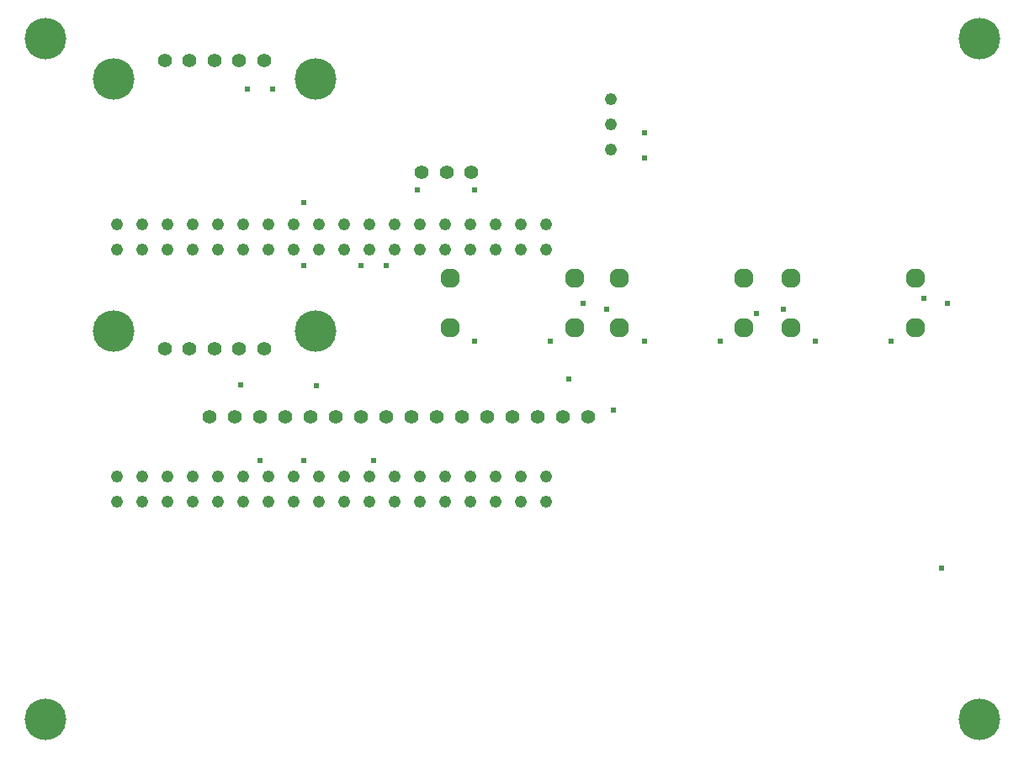
<source format=gbr>
G04 EAGLE Gerber RS-274X export*
G75*
%MOMM*%
%FSLAX34Y34*%
%LPD*%
%INCopper Layer 15*%
%IPPOS*%
%AMOC8*
5,1,8,0,0,1.08239X$1,22.5*%
G01*
%ADD10C,1.244600*%
%ADD11C,4.191000*%
%ADD12C,1.400000*%
%ADD13C,1.960000*%
%ADD14C,0.609600*%


D10*
X109900Y536200D03*
X109900Y510800D03*
X135300Y536200D03*
X135300Y510800D03*
X160700Y536200D03*
X160700Y510800D03*
X186100Y536200D03*
X186100Y510800D03*
X211500Y536200D03*
X211500Y510800D03*
X236900Y536200D03*
X236900Y510800D03*
X262300Y536200D03*
X262300Y510800D03*
X287700Y536200D03*
X287700Y510800D03*
X313100Y536200D03*
X313100Y510800D03*
X338500Y536200D03*
X338500Y510800D03*
X363900Y536200D03*
X363900Y510800D03*
X389300Y536200D03*
X389300Y510800D03*
X414700Y536200D03*
X414700Y510800D03*
X440100Y536200D03*
X440100Y510800D03*
X465500Y536200D03*
X465500Y510800D03*
X490900Y536200D03*
X490900Y510800D03*
X516300Y536200D03*
X516300Y510800D03*
X541700Y536200D03*
X541700Y510800D03*
X109900Y282200D03*
X109900Y256800D03*
X135300Y282200D03*
X135300Y256800D03*
X160700Y282200D03*
X160700Y256800D03*
X186100Y282200D03*
X186100Y256800D03*
X211500Y282200D03*
X211500Y256800D03*
X236900Y282200D03*
X236900Y256800D03*
X262300Y282200D03*
X262300Y256800D03*
X287700Y282200D03*
X287700Y256800D03*
X313100Y282200D03*
X313100Y256800D03*
X338500Y282200D03*
X338500Y256800D03*
X363900Y282200D03*
X363900Y256800D03*
X389300Y282200D03*
X389300Y256800D03*
X414700Y282200D03*
X414700Y256800D03*
X440100Y282200D03*
X440100Y256800D03*
X465500Y282200D03*
X465500Y256800D03*
X490900Y282200D03*
X490900Y256800D03*
X516300Y282200D03*
X516300Y256800D03*
X541700Y282200D03*
X541700Y256800D03*
D11*
X38100Y723900D03*
X977900Y723900D03*
X38100Y38100D03*
X977900Y38100D03*
D12*
X258280Y701260D03*
X233280Y701260D03*
X208280Y701260D03*
X183280Y701260D03*
X158280Y701260D03*
X258280Y411260D03*
X233280Y411260D03*
X208280Y411260D03*
X183280Y411260D03*
X158280Y411260D03*
D11*
X309880Y683260D03*
X309880Y429260D03*
X106680Y683260D03*
X106680Y429260D03*
D12*
X203200Y342900D03*
X228600Y342900D03*
X254000Y342900D03*
X279400Y342900D03*
X304800Y342900D03*
X330200Y342900D03*
X355600Y342900D03*
X381000Y342900D03*
X406400Y342900D03*
X431800Y342900D03*
X457200Y342900D03*
X482600Y342900D03*
X508000Y342900D03*
X533400Y342900D03*
X558800Y342900D03*
X584200Y342900D03*
X416960Y589280D03*
X441960Y589280D03*
X466960Y589280D03*
D10*
X607060Y662940D03*
X607060Y637540D03*
X607060Y612140D03*
D13*
X570500Y482200D03*
X570500Y432200D03*
X445500Y432200D03*
X445500Y482200D03*
X740680Y482200D03*
X740680Y432200D03*
X615680Y432200D03*
X615680Y482200D03*
X913400Y482200D03*
X913400Y432200D03*
X788400Y432200D03*
X788400Y482200D03*
D14*
X298450Y298450D03*
X368300Y298450D03*
X939800Y190500D03*
X609600Y349250D03*
X311150Y374142D03*
X469900Y419100D03*
X546100Y419100D03*
X641350Y419100D03*
X717550Y419100D03*
X812800Y419100D03*
X889000Y419100D03*
X355600Y495300D03*
X298450Y495300D03*
X298450Y558800D03*
X241300Y673100D03*
X469900Y571500D03*
X641350Y603250D03*
X254000Y298450D03*
X565150Y381000D03*
X234950Y374650D03*
X603250Y450850D03*
X781050Y450850D03*
X946150Y457200D03*
X381000Y495300D03*
X266700Y673100D03*
X412750Y571500D03*
X641350Y628650D03*
X922020Y462280D03*
X579120Y457200D03*
X753872Y447040D03*
M02*

</source>
